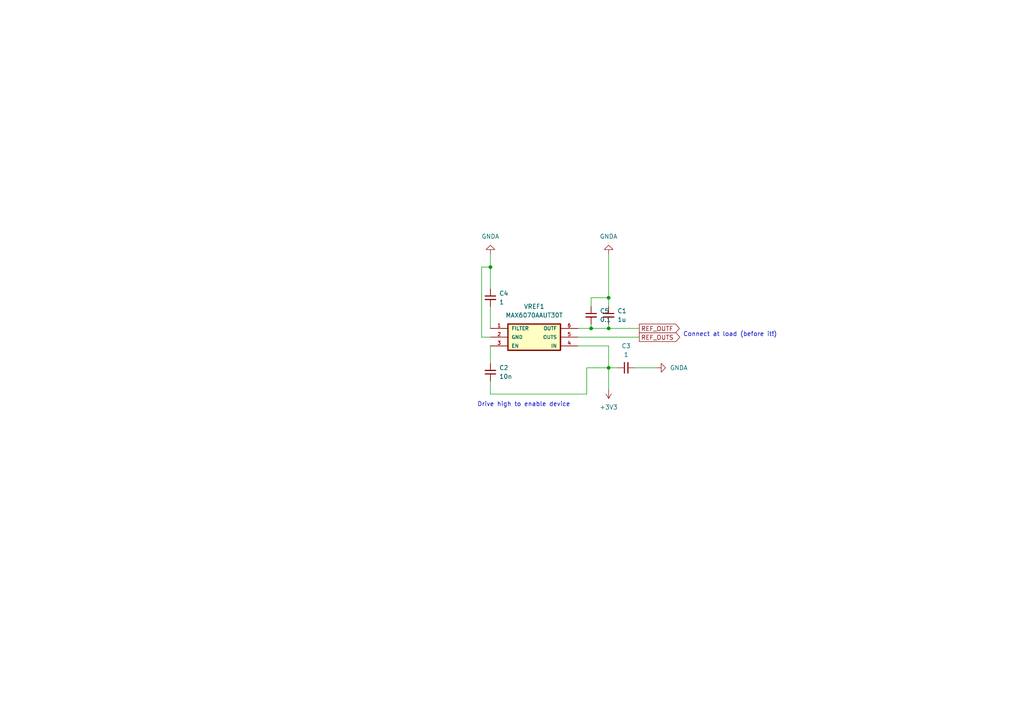
<source format=kicad_sch>
(kicad_sch (version 20211123) (generator eeschema)
  (paper "A4")
  (lib_symbols
    (symbol "Device:C_Small" (pin_numbers hide) (pin_names (offset 0.254) hide)
      (property "Reference" "C" (at 0.254 1.778 0))
      (property "Value" "C_Small" (at 0.254 -2.032 0))
      (symbol "C_Small_0_1"
        (polyline (pts (xy -1.524 -0.508) (xy 1.524 -0.508)) (stroke (width 0.3302)))
        (polyline (pts (xy -1.524 0.508) (xy 1.524 0.508)) (stroke (width 0.3048)))
      )
      (symbol "C_Small_1_1"
        (pin passive line (at 0 2.54 270) (length 2.032) (name "~") (number "1"))
        (pin passive line (at 0 -2.54 90) (length 2.032) (name "~") (number "2"))
      )
    )
    (symbol "MAX6071AAUT30T:MAX6071AAUT30T" (pin_names (offset 1.016))
      (property "Reference" "VREF1" (at -5.08 16.51 0))
      (property "Value" "MAX6070AAUT30T" (at -5.08 13.97 0))
      (symbol "MAX6071AAUT30T_0_0"
        (rectangle (start -12.7 11.43) (end 2.54 3.81) (stroke (width 0.4064)) (fill (type background)))
        (pin power_in line (at -17.78 10.16 0) (length 5.08) (name "FILTER") (number "1"))
        (pin power_in line (at -17.78 7.62 0) (length 5.08) (name "GND") (number "2"))
        (pin bidirectional line (at -17.78 5.08 0) (length 5.08) (name "EN") (number "3"))
        (pin input line (at 7.62 5.08 180) (length 5.08) (name "IN") (number "4"))
        (pin output line (at 7.62 7.62 180) (length 5.08) (name "OUTS") (number "5"))
        (pin output line (at 7.62 10.16 180) (length 5.08) (name "OUTF") (number "6"))
      )
    )
    (symbol "power:+3V3" (power) (pin_names (offset 0))
      (property "Value" "+3V3" (at 0 3.556 0))
      (symbol "+3V3_0_1"
        (polyline (pts (xy -0.762 1.27) (xy 0 2.54)))
        (polyline (pts (xy 0 0) (xy 0 2.54)))
        (polyline (pts (xy 0 2.54) (xy 0.762 1.27)))
      )
      (symbol "+3V3_1_1"
        (pin power_in line (at 0 0 90) (length 0) hide (name "+3V3") (number "1"))
      )
    )
    (symbol "power:GNDA" (power) (pin_names (offset 0))
      (property "Value" "GNDA" (at 0 -3.81 0))
      (symbol "GNDA_0_1"
        (polyline (pts (xy 0 0) (xy 0 -1.27) (xy 1.27 -1.27) (xy 0 -2.54) (xy -1.27 -1.27) (xy 0 -1.27)))
      )
      (symbol "GNDA_1_1"
        (pin power_in line (at 0 0 270) (length 0) hide (name "GNDA") (number "1"))
      )
    )
  )
  (junction (at 176.53 95.25))
  (junction (at 176.53 86.36))
  (junction (at 171.45 95.25))
  (junction (at 142.24 77.47))
  (junction (at 176.53 106.68))
  (wire (pts (xy 167.64 97.79) (xy 185.42 97.79)))
  (wire (pts (xy 142.24 114.3) (xy 170.18 114.3)))
  (wire (pts (xy 142.24 73.66) (xy 142.24 77.47)))
  (wire (pts (xy 171.45 86.36) (xy 176.53 86.36)))
  (wire (pts (xy 176.53 100.33) (xy 167.64 100.33)))
  (wire (pts (xy 142.24 110.49) (xy 142.24 114.3)))
  (wire (pts (xy 176.53 95.25) (xy 176.53 93.98)))
  (wire (pts (xy 142.24 97.79) (xy 139.7 97.79)))
  (wire (pts (xy 142.24 88.9) (xy 142.24 95.25)))
  (wire (pts (xy 139.7 77.47) (xy 142.24 77.47)))
  (wire (pts (xy 171.45 88.9) (xy 171.45 86.36)))
  (wire (pts (xy 184.15 106.68) (xy 190.5 106.68)))
  (wire (pts (xy 170.18 106.68) (xy 176.53 106.68)))
  (wire (pts (xy 176.53 73.66) (xy 176.53 86.36)))
  (wire (pts (xy 170.18 114.3) (xy 170.18 106.68)))
  (wire (pts (xy 179.07 106.68) (xy 176.53 106.68)))
  (wire (pts (xy 176.53 86.36) (xy 176.53 88.9)))
  (wire (pts (xy 142.24 77.47) (xy 142.24 83.82)))
  (wire (pts (xy 171.45 93.98) (xy 171.45 95.25)))
  (wire (pts (xy 176.53 113.03) (xy 176.53 106.68)))
  (wire (pts (xy 139.7 97.79) (xy 139.7 77.47)))
  (wire (pts (xy 171.45 95.25) (xy 176.53 95.25)))
  (wire (pts (xy 176.53 106.68) (xy 176.53 100.33)))
  (wire (pts (xy 142.24 100.33) (xy 142.24 105.41)))
  (wire (pts (xy 176.53 95.25) (xy 185.42 95.25)))
  (wire (pts (xy 167.64 95.25) (xy 171.45 95.25)))
  (text "Drive high to enable device " (at 138.43 118.11 0) (effects (font (size 1.27 1.27)) (justify left bottom)))
  (text "Connect at load (before it!) " (at 198.12 97.79 0) (effects (font (size 1.27 1.27)) (justify left bottom)))
  (global_label "REF_OUTS" (shape output) (at 185.42 97.79 0) (property "Intersheet References" "${INTERSHEET_REFS}" (effects hide)))
  (global_label "REF_OUTF" (shape output) (at 185.42 95.25 0) (property "Intersheet References" "${INTERSHEET_REFS}" (effects hide)))
  (symbol (lib_id "MAX6071AAUT30T:MAX6071AAUT30T") (at 160.02 105.41 0) (unit 1)
    (property "Reference" "VREF1" (at 154.94 88.9 0))
    (property "Value" "MAX6070AAUT30T" (at 154.94 91.44 0))
    (property "Footprint" "SOT95P280X145-6N" (effects hide))
  )
  (symbol (lib_id "Device:C_Small") (at 171.45 91.44 0) (unit 1)
    (property "Reference" "C5" (at 173.99 90.1762 0) (effects (justify left)))
    (property "Value" "0.1" (at 173.99 92.7162 0) (effects (justify left)))
  )
  (symbol (lib_id "Device:C_Small") (at 142.24 86.36 0) (unit 1)
    (property "Reference" "C4" (at 144.78 85.0962 0) (effects (justify left)))
    (property "Value" "1" (at 144.78 87.6362 0) (effects (justify left)))
  )
  (symbol (lib_id "power:GNDA") (at 190.5 106.68 90) (unit 1)
    (property "Reference" "#PWR?" (effects hide))
    (property "Value" "GNDA" (at 194.31 106.6799 90) (effects (justify right)))
  )
  (symbol (lib_id "power:GNDA") (at 176.53 73.66 180) (unit 1)
    (property "Reference" "#PWR?" (effects hide))
    (property "Value" "GNDA" (at 176.53 68.58 0))
  )
  (symbol (lib_id "power:GNDA") (at 142.24 73.66 180) (unit 1)
    (property "Reference" "#PWR?" (effects hide))
    (property "Value" "GNDA" (at 142.24 68.58 0))
  )
  (symbol (lib_id "Device:C_Small") (at 142.24 107.95 180) (unit 1)
    (property "Reference" "C2" (at 144.78 106.6735 0) (effects (justify right)))
    (property "Value" "10n" (at 144.78 109.2135 0) (effects (justify right)))
  )
  (symbol (lib_id "power:+3V3") (at 176.53 113.03 180) (unit 1)
    (property "Reference" "#PWR?" (effects hide))
    (property "Value" "+3V3" (at 176.53 118.11 0))
  )
  (symbol (lib_id "Device:C_Small") (at 181.61 106.68 90) (unit 1)
    (property "Reference" "C3" (at 181.6163 100.33 90))
    (property "Value" "1" (at 181.6163 102.87 90))
  )
  (symbol (lib_id "Device:C_Small") (at 176.53 91.44 0) (unit 1)
    (property "Reference" "C1" (at 179.07 90.1762 0) (effects (justify left)))
    (property "Value" "1u" (at 179.07 92.7162 0) (effects (justify left)))
  )
)
</source>
